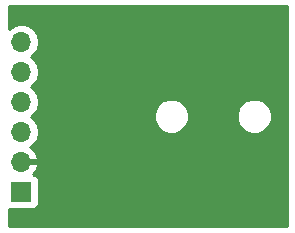
<source format=gbl>
G04 #@! TF.GenerationSoftware,KiCad,Pcbnew,(5.0.0-3-g5ebb6b6)*
G04 #@! TF.CreationDate,2018-08-26T23:18:38+02:00*
G04 #@! TF.ProjectId,Pmod-I2S,506D6F642D4932532E6B696361645F70,rev?*
G04 #@! TF.SameCoordinates,Original*
G04 #@! TF.FileFunction,Copper,L2,Bot,Signal*
G04 #@! TF.FilePolarity,Positive*
%FSLAX46Y46*%
G04 Gerber Fmt 4.6, Leading zero omitted, Abs format (unit mm)*
G04 Created by KiCad (PCBNEW (5.0.0-3-g5ebb6b6)) date Sunday, 26 August 2018 at 23:18:38*
%MOMM*%
%LPD*%
G01*
G04 APERTURE LIST*
G04 #@! TA.AperFunction,ComponentPad*
%ADD10O,1.700000X1.700000*%
G04 #@! TD*
G04 #@! TA.AperFunction,ComponentPad*
%ADD11R,1.700000X1.700000*%
G04 #@! TD*
G04 #@! TA.AperFunction,ViaPad*
%ADD12C,0.685800*%
G04 #@! TD*
G04 #@! TA.AperFunction,Conductor*
%ADD13C,0.254000*%
G04 #@! TD*
G04 APERTURE END LIST*
D10*
G04 #@! TO.P,J2,6*
G04 #@! TO.N,/MCLK*
X91800000Y-63700000D03*
G04 #@! TO.P,J2,5*
G04 #@! TO.N,/LRCK*
X91800000Y-66240000D03*
G04 #@! TO.P,J2,4*
G04 #@! TO.N,/SCLK*
X91800000Y-68780000D03*
G04 #@! TO.P,J2,3*
G04 #@! TO.N,/SDIN*
X91800000Y-71320000D03*
G04 #@! TO.P,J2,2*
G04 #@! TO.N,GND*
X91800000Y-73860000D03*
D11*
G04 #@! TO.P,J2,1*
G04 #@! TO.N,/VCC*
X91800000Y-76400000D03*
G04 #@! TD*
D12*
G04 #@! TO.N,GND*
X105000000Y-74500000D03*
X100000000Y-66500000D03*
X109500000Y-66500000D03*
X94000000Y-62500000D03*
X112500000Y-77500000D03*
X112500000Y-62500000D03*
X108000000Y-70000000D03*
X100500000Y-77000000D03*
X96250000Y-70500000D03*
X94000000Y-76500000D03*
X101250000Y-73750000D03*
X98750000Y-74500000D03*
X109500000Y-77000000D03*
X109500000Y-62500000D03*
X100250000Y-62000000D03*
G04 #@! TD*
D13*
G04 #@! TO.N,GND*
G36*
X114290001Y-79290000D02*
X90710000Y-79290000D01*
X90710000Y-77849702D01*
X90950000Y-77897440D01*
X92650000Y-77897440D01*
X92897765Y-77848157D01*
X93107809Y-77707809D01*
X93248157Y-77497765D01*
X93297440Y-77250000D01*
X93297440Y-75550000D01*
X93248157Y-75302235D01*
X93107809Y-75092191D01*
X92897765Y-74951843D01*
X92794292Y-74931261D01*
X93071645Y-74626924D01*
X93241476Y-74216890D01*
X93120155Y-73987000D01*
X91927000Y-73987000D01*
X91927000Y-74007000D01*
X91673000Y-74007000D01*
X91673000Y-73987000D01*
X91653000Y-73987000D01*
X91653000Y-73733000D01*
X91673000Y-73733000D01*
X91673000Y-73713000D01*
X91927000Y-73713000D01*
X91927000Y-73733000D01*
X93120155Y-73733000D01*
X93241476Y-73503110D01*
X93071645Y-73093076D01*
X92681358Y-72664817D01*
X92551522Y-72603843D01*
X92870625Y-72390625D01*
X93198839Y-71899418D01*
X93314092Y-71320000D01*
X93198839Y-70740582D01*
X92870625Y-70249375D01*
X92572239Y-70050000D01*
X92870625Y-69850625D01*
X92968185Y-69704615D01*
X103015000Y-69704615D01*
X103015000Y-70295385D01*
X103241078Y-70841185D01*
X103658815Y-71258922D01*
X104204615Y-71485000D01*
X104795385Y-71485000D01*
X105341185Y-71258922D01*
X105758922Y-70841185D01*
X105985000Y-70295385D01*
X105985000Y-69704615D01*
X110015000Y-69704615D01*
X110015000Y-70295385D01*
X110241078Y-70841185D01*
X110658815Y-71258922D01*
X111204615Y-71485000D01*
X111795385Y-71485000D01*
X112341185Y-71258922D01*
X112758922Y-70841185D01*
X112985000Y-70295385D01*
X112985000Y-69704615D01*
X112758922Y-69158815D01*
X112341185Y-68741078D01*
X111795385Y-68515000D01*
X111204615Y-68515000D01*
X110658815Y-68741078D01*
X110241078Y-69158815D01*
X110015000Y-69704615D01*
X105985000Y-69704615D01*
X105758922Y-69158815D01*
X105341185Y-68741078D01*
X104795385Y-68515000D01*
X104204615Y-68515000D01*
X103658815Y-68741078D01*
X103241078Y-69158815D01*
X103015000Y-69704615D01*
X92968185Y-69704615D01*
X93198839Y-69359418D01*
X93314092Y-68780000D01*
X93198839Y-68200582D01*
X92870625Y-67709375D01*
X92572239Y-67510000D01*
X92870625Y-67310625D01*
X93198839Y-66819418D01*
X93314092Y-66240000D01*
X93198839Y-65660582D01*
X92870625Y-65169375D01*
X92572239Y-64970000D01*
X92870625Y-64770625D01*
X93198839Y-64279418D01*
X93314092Y-63700000D01*
X93198839Y-63120582D01*
X92870625Y-62629375D01*
X92379418Y-62301161D01*
X91946256Y-62215000D01*
X91653744Y-62215000D01*
X91220582Y-62301161D01*
X90729375Y-62629375D01*
X90710000Y-62658372D01*
X90710000Y-60710000D01*
X114290000Y-60710000D01*
X114290001Y-79290000D01*
X114290001Y-79290000D01*
G37*
X114290001Y-79290000D02*
X90710000Y-79290000D01*
X90710000Y-77849702D01*
X90950000Y-77897440D01*
X92650000Y-77897440D01*
X92897765Y-77848157D01*
X93107809Y-77707809D01*
X93248157Y-77497765D01*
X93297440Y-77250000D01*
X93297440Y-75550000D01*
X93248157Y-75302235D01*
X93107809Y-75092191D01*
X92897765Y-74951843D01*
X92794292Y-74931261D01*
X93071645Y-74626924D01*
X93241476Y-74216890D01*
X93120155Y-73987000D01*
X91927000Y-73987000D01*
X91927000Y-74007000D01*
X91673000Y-74007000D01*
X91673000Y-73987000D01*
X91653000Y-73987000D01*
X91653000Y-73733000D01*
X91673000Y-73733000D01*
X91673000Y-73713000D01*
X91927000Y-73713000D01*
X91927000Y-73733000D01*
X93120155Y-73733000D01*
X93241476Y-73503110D01*
X93071645Y-73093076D01*
X92681358Y-72664817D01*
X92551522Y-72603843D01*
X92870625Y-72390625D01*
X93198839Y-71899418D01*
X93314092Y-71320000D01*
X93198839Y-70740582D01*
X92870625Y-70249375D01*
X92572239Y-70050000D01*
X92870625Y-69850625D01*
X92968185Y-69704615D01*
X103015000Y-69704615D01*
X103015000Y-70295385D01*
X103241078Y-70841185D01*
X103658815Y-71258922D01*
X104204615Y-71485000D01*
X104795385Y-71485000D01*
X105341185Y-71258922D01*
X105758922Y-70841185D01*
X105985000Y-70295385D01*
X105985000Y-69704615D01*
X110015000Y-69704615D01*
X110015000Y-70295385D01*
X110241078Y-70841185D01*
X110658815Y-71258922D01*
X111204615Y-71485000D01*
X111795385Y-71485000D01*
X112341185Y-71258922D01*
X112758922Y-70841185D01*
X112985000Y-70295385D01*
X112985000Y-69704615D01*
X112758922Y-69158815D01*
X112341185Y-68741078D01*
X111795385Y-68515000D01*
X111204615Y-68515000D01*
X110658815Y-68741078D01*
X110241078Y-69158815D01*
X110015000Y-69704615D01*
X105985000Y-69704615D01*
X105758922Y-69158815D01*
X105341185Y-68741078D01*
X104795385Y-68515000D01*
X104204615Y-68515000D01*
X103658815Y-68741078D01*
X103241078Y-69158815D01*
X103015000Y-69704615D01*
X92968185Y-69704615D01*
X93198839Y-69359418D01*
X93314092Y-68780000D01*
X93198839Y-68200582D01*
X92870625Y-67709375D01*
X92572239Y-67510000D01*
X92870625Y-67310625D01*
X93198839Y-66819418D01*
X93314092Y-66240000D01*
X93198839Y-65660582D01*
X92870625Y-65169375D01*
X92572239Y-64970000D01*
X92870625Y-64770625D01*
X93198839Y-64279418D01*
X93314092Y-63700000D01*
X93198839Y-63120582D01*
X92870625Y-62629375D01*
X92379418Y-62301161D01*
X91946256Y-62215000D01*
X91653744Y-62215000D01*
X91220582Y-62301161D01*
X90729375Y-62629375D01*
X90710000Y-62658372D01*
X90710000Y-60710000D01*
X114290000Y-60710000D01*
X114290001Y-79290000D01*
G04 #@! TD*
M02*

</source>
